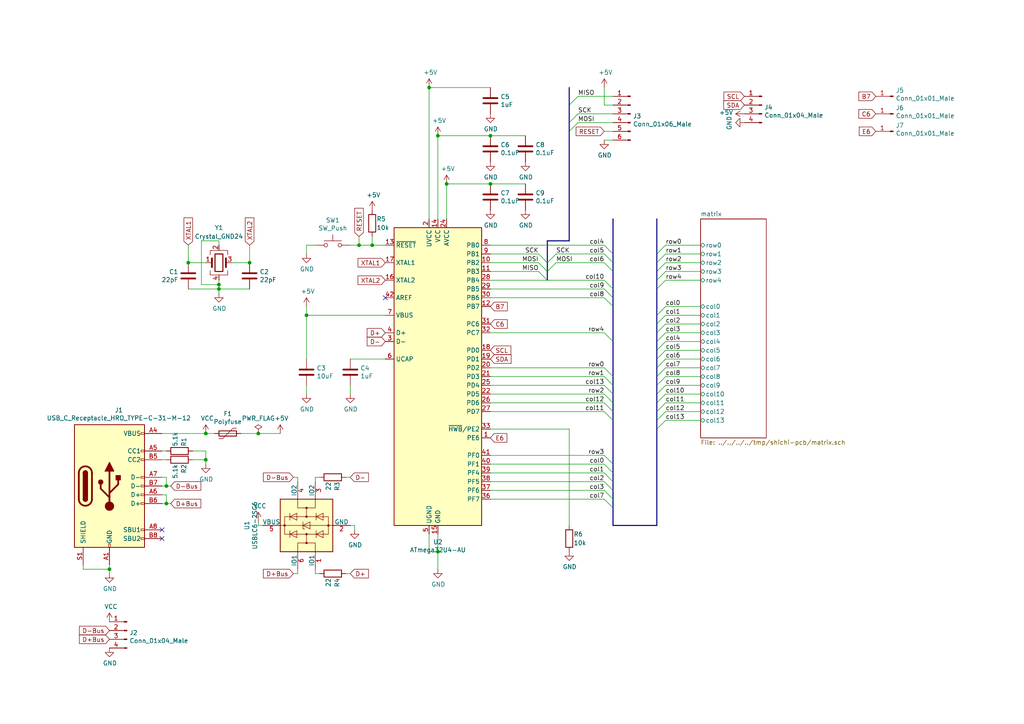
<source format=kicad_sch>
(kicad_sch (version 20230121) (generator eeschema)
  (paper "A4")
  (title_block (title "shichi") (date "2019-06-06") (rev "1.0"))
  (lib_symbols
    (symbol "Device:C" (pin_numbers hide) (pin_names (offset 0.254))
      (property "Reference" "C" (at 0.635 2.54 0))
      (property "Value" "C" (at 0.635 -2.54 0))
      (symbol "C_0_1"
        (polyline (pts (xy -2.032 -0.762) (xy 2.032 -0.762)) (stroke (width 0.508)))
        (polyline (pts (xy -2.032 0.762) (xy 2.032 0.762)) (stroke (width 0.508)))
      )
      (symbol "C_1_1"
        (pin passive line (at 0 3.81 270) (length 2.794) (name "~") (number "1"))
        (pin passive line (at 0 -3.81 90) (length 2.794) (name "~") (number "2"))
      )
    )
    (symbol "Device:Crystal_GND24" (pin_names (offset 1.016) hide)
      (property "Reference" "Y" (at 3.175 5.08 0))
      (property "Value" "Crystal_GND24" (at 3.175 3.175 0))
      (symbol "Crystal_GND24_0_1"
        (rectangle (start -1.143 2.54) (end 1.143 -2.54) (stroke (width 0.3048)))
        (polyline (pts (xy -2.54 0) (xy -2.032 0)))
        (polyline (pts (xy -2.032 -1.27) (xy -2.032 1.27)) (stroke (width 0.508)))
        (polyline (pts (xy 0 -3.81) (xy 0 -3.556)))
        (polyline (pts (xy 0 3.556) (xy 0 3.81)))
        (polyline (pts (xy 2.032 -1.27) (xy 2.032 1.27)) (stroke (width 0.508)))
        (polyline (pts (xy 2.032 0) (xy 2.54 0)))
        (polyline (pts (xy -2.54 -2.286) (xy -2.54 -3.556) (xy 2.54 -3.556) (xy 2.54 -2.286)))
        (polyline (pts (xy -2.54 2.286) (xy -2.54 3.556) (xy 2.54 3.556) (xy 2.54 2.286)))
      )
      (symbol "Crystal_GND24_1_1"
        (pin passive line (at -3.81 0 0) (length 1.27) (name "1") (number "1"))
        (pin passive line (at 0 5.08 270) (length 1.27) (name "2") (number "2"))
        (pin passive line (at 3.81 0 180) (length 1.27) (name "3") (number "3"))
        (pin passive line (at 0 -5.08 90) (length 1.27) (name "4") (number "4"))
      )
    )
    (symbol "Device:Polyfuse" (pin_numbers hide) (pin_names (offset 0))
      (property "Reference" "F" (at -2.54 0 90))
      (property "Value" "Polyfuse" (at 2.54 0 90))
      (symbol "Polyfuse_0_1"
        (rectangle (start -0.762 2.54) (end 0.762 -2.54) (stroke (width 0.254)))
        (polyline (pts (xy 0 2.54) (xy 0 -2.54)))
        (polyline (pts (xy -1.524 2.54) (xy -1.524 1.524) (xy 1.524 -1.524) (xy 1.524 -2.54)))
      )
      (symbol "Polyfuse_1_1"
        (pin passive line (at 0 3.81 270) (length 1.27) (name "~") (number "1"))
        (pin passive line (at 0 -3.81 90) (length 1.27) (name "~") (number "2"))
      )
    )
    (symbol "Device:R" (pin_numbers hide) (pin_names (offset 0))
      (property "Reference" "R" (at 2.032 0 90))
      (property "Value" "R" (at 0 0 90))
      (symbol "R_0_1"
        (rectangle (start -1.016 -2.54) (end 1.016 2.54) (stroke (width 0.254)))
      )
      (symbol "R_1_1"
        (pin passive line (at 0 3.81 270) (length 1.27) (name "~") (number "1"))
        (pin passive line (at 0 -3.81 90) (length 1.27) (name "~") (number "2"))
      )
    )
    (symbol "Switch:SW_Push" (pin_numbers hide) (pin_names (offset 1.016) hide)
      (property "Reference" "SW" (at 1.27 2.54 0))
      (property "Value" "SW_Push" (at 0 -1.524 0))
      (symbol "SW_Push_0_1"
        (circle (center -2.032 0) (radius 0.508))
        (polyline (pts (xy 0 1.27) (xy 0 3.048)))
        (polyline (pts (xy 2.54 1.27) (xy -2.54 1.27)))
        (circle (center 2.032 0) (radius 0.508))
        (pin passive line (at -5.08 0 0) (length 2.54) (name "1") (number "1"))
        (pin passive line (at 5.08 0 180) (length 2.54) (name "2") (number "2"))
      )
    )
    (symbol "power:+5V" (power) (pin_names (offset 0))
      (property "Value" "+5V" (at 0 3.556 0))
      (symbol "+5V_0_1"
        (polyline (pts (xy -0.762 1.27) (xy 0 2.54)))
        (polyline (pts (xy 0 0) (xy 0 2.54)))
        (polyline (pts (xy 0 2.54) (xy 0.762 1.27)))
      )
      (symbol "+5V_1_1"
        (pin power_in line (at 0 0 90) (length 0) hide (name "+5V") (number "1"))
      )
    )
    (symbol "power:GND" (power) (pin_names (offset 0))
      (property "Value" "GND" (at 0 -3.81 0))
      (symbol "GND_0_1"
        (polyline (pts (xy 0 0) (xy 0 -1.27) (xy 1.27 -1.27) (xy 0 -2.54) (xy -1.27 -1.27) (xy 0 -1.27)))
      )
      (symbol "GND_1_1"
        (pin power_in line (at 0 0 270) (length 0) hide (name "GND") (number "1"))
      )
    )
    (symbol "power:PWR_FLAG" (power) (pin_numbers hide) (pin_names (offset 0) hide)
      (property "Value" "PWR_FLAG" (at 0 3.81 0))
      (symbol "PWR_FLAG_0_0"
        (pin power_out line (at 0 0 90) (length 0) (name "pwr") (number "1"))
      )
      (symbol "PWR_FLAG_0_1"
        (polyline (pts (xy 0 0) (xy 0 1.27) (xy -1.016 1.905) (xy 0 2.54) (xy 1.016 1.905) (xy 0 1.27)))
      )
    )
    (symbol "power:VCC" (power) (pin_names (offset 0))
      (property "Value" "VCC" (at 0 3.81 0))
      (symbol "VCC_0_1"
        (polyline (pts (xy -0.762 1.27) (xy 0 2.54)))
        (polyline (pts (xy 0 0) (xy 0 2.54)))
        (polyline (pts (xy 0 2.54) (xy 0.762 1.27)))
      )
      (symbol "VCC_1_1"
        (pin power_in line (at 0 0 90) (length 0) hide (name "VCC") (number "1"))
      )
    )
    (symbol "shichi-pcb-rescue:ATmega32U4-AU-MCU_Microchip_ATmega"
      (property "Reference" "U" (at -12.7 44.45 0))
      (property "Value" "MCU_Microchip_ATmega_ATmega32U4-AU" (at 2.54 -44.45 0))
      (symbol "ATmega32U4-AU-MCU_Microchip_ATmega_0_1"
        (rectangle (start -12.7 -43.18) (end 12.7 43.18) (stroke (width 0.254)) (fill (type background)))
      )
      (symbol "ATmega32U4-AU-MCU_Microchip_ATmega_1_1"
        (pin tri_state line (at 15.24 -17.78 180) (length 2.54) (name "PE6") (number "1"))
        (pin tri_state line (at 15.24 33.02 180) (length 2.54) (name "PB2") (number "10"))
        (pin tri_state line (at 15.24 30.48 180) (length 2.54) (name "PB3") (number "11"))
        (pin tri_state line (at 15.24 20.32 180) (length 2.54) (name "PB7") (number "12"))
        (pin input line (at -15.24 38.1 0) (length 2.54) (name "~{RESET}") (number "13"))
        (pin power_in line (at 0 45.72 270) (length 2.54) (name "VCC") (number "14"))
        (pin power_in line (at 0 -45.72 90) (length 2.54) (name "GND") (number "15"))
        (pin output line (at -15.24 27.94 0) (length 2.54) (name "XTAL2") (number "16"))
        (pin input line (at -15.24 33.02 0) (length 2.54) (name "XTAL1") (number "17"))
        (pin tri_state line (at 15.24 7.62 180) (length 2.54) (name "PD0") (number "18"))
        (pin tri_state line (at 15.24 5.08 180) (length 2.54) (name "PD1") (number "19"))
        (pin power_in line (at -2.54 45.72 270) (length 2.54) (name "UVCC") (number "2"))
        (pin tri_state line (at 15.24 2.54 180) (length 2.54) (name "PD2") (number "20"))
        (pin tri_state line (at 15.24 0 180) (length 2.54) (name "PD3") (number "21"))
        (pin tri_state line (at 15.24 -5.08 180) (length 2.54) (name "PD5") (number "22"))
        (pin passive line (at 0 -45.72 90) (length 2.54) hide (name "GND") (number "23"))
        (pin power_in line (at 2.54 45.72 270) (length 2.54) (name "AVCC") (number "24"))
        (pin tri_state line (at 15.24 -2.54 180) (length 2.54) (name "PD4") (number "25"))
        (pin tri_state line (at 15.24 -7.62 180) (length 2.54) (name "PD6") (number "26"))
        (pin tri_state line (at 15.24 -10.16 180) (length 2.54) (name "PD7") (number "27"))
        (pin tri_state line (at 15.24 27.94 180) (length 2.54) (name "PB4") (number "28"))
        (pin tri_state line (at 15.24 25.4 180) (length 2.54) (name "PB5") (number "29"))
        (pin bidirectional line (at -15.24 10.16 0) (length 2.54) (name "D-") (number "3"))
        (pin tri_state line (at 15.24 22.86 180) (length 2.54) (name "PB6") (number "30"))
        (pin tri_state line (at 15.24 15.24 180) (length 2.54) (name "PC6") (number "31"))
        (pin tri_state line (at 15.24 12.7 180) (length 2.54) (name "PC7") (number "32"))
        (pin tri_state line (at 15.24 -15.24 180) (length 2.54) (name "~{HWB}/PE2") (number "33"))
        (pin passive line (at 0 45.72 270) (length 2.54) hide (name "VCC") (number "34"))
        (pin passive line (at 0 -45.72 90) (length 2.54) hide (name "GND") (number "35"))
        (pin tri_state line (at 15.24 -35.56 180) (length 2.54) (name "PF7") (number "36"))
        (pin tri_state line (at 15.24 -33.02 180) (length 2.54) (name "PF6") (number "37"))
        (pin tri_state line (at 15.24 -30.48 180) (length 2.54) (name "PF5") (number "38"))
        (pin tri_state line (at 15.24 -27.94 180) (length 2.54) (name "PF4") (number "39"))
        (pin bidirectional line (at -15.24 12.7 0) (length 2.54) (name "D+") (number "4"))
        (pin tri_state line (at 15.24 -25.4 180) (length 2.54) (name "PF1") (number "40"))
        (pin tri_state line (at 15.24 -22.86 180) (length 2.54) (name "PF0") (number "41"))
        (pin passive line (at -15.24 22.86 0) (length 2.54) (name "AREF") (number "42"))
        (pin passive line (at 0 -45.72 90) (length 2.54) hide (name "GND") (number "43"))
        (pin passive line (at 2.54 45.72 270) (length 2.54) hide (name "AVCC") (number "44"))
        (pin passive line (at -2.54 -45.72 90) (length 2.54) (name "UGND") (number "5"))
        (pin passive line (at -15.24 5.08 0) (length 2.54) (name "UCAP") (number "6"))
        (pin input line (at -15.24 17.78 0) (length 2.54) (name "VBUS") (number "7"))
        (pin tri_state line (at 15.24 38.1 180) (length 2.54) (name "PB0") (number "8"))
        (pin tri_state line (at 15.24 35.56 180) (length 2.54) (name "PB1") (number "9"))
      )
    )
    (symbol "shichi-pcb-rescue:Conn_01x01_Male-Connector" (pin_names (offset 1.016) hide)
      (property "Reference" "J" (at 0 2.54 0))
      (property "Value" "Connector_Conn_01x01_Male" (at 0 -2.54 0))
      (symbol "Conn_01x01_Male-Connector_1_1"
        (polyline (pts (xy 1.27 0) (xy 0.8636 0)) (stroke (width 0.1524)))
        (rectangle (start 0.8636 0.127) (end 0 -0.127) (stroke (width 0.1524)) (fill (type outline)))
        (pin passive line (at 5.08 0 180) (length 3.81) (name "Pin_1") (number "1"))
      )
    )
    (symbol "shichi-pcb-rescue:Conn_01x04_Male-Connector" (pin_names (offset 1.016) hide)
      (property "Reference" "J" (at 0 5.08 0))
      (property "Value" "Connector_Conn_01x04_Male" (at 0 -7.62 0))
      (symbol "Conn_01x04_Male-Connector_1_1"
        (polyline (pts (xy 1.27 -5.08) (xy 0.8636 -5.08)) (stroke (width 0.1524)))
        (polyline (pts (xy 1.27 -2.54) (xy 0.8636 -2.54)) (stroke (width 0.1524)))
        (polyline (pts (xy 1.27 0) (xy 0.8636 0)) (stroke (width 0.1524)))
        (polyline (pts (xy 1.27 2.54) (xy 0.8636 2.54)) (stroke (width 0.1524)))
        (rectangle (start 0.8636 -4.953) (end 0 -5.207) (stroke (width 0.1524)) (fill (type outline)))
        (rectangle (start 0.8636 -2.413) (end 0 -2.667) (stroke (width 0.1524)) (fill (type outline)))
        (rectangle (start 0.8636 0.127) (end 0 -0.127) (stroke (width 0.1524)) (fill (type outline)))
        (rectangle (start 0.8636 2.667) (end 0 2.413) (stroke (width 0.1524)) (fill (type outline)))
        (pin passive line (at 5.08 2.54 180) (length 3.81) (name "Pin_1") (number "1"))
        (pin passive line (at 5.08 0 180) (length 3.81) (name "Pin_2") (number "2"))
        (pin passive line (at 5.08 -2.54 180) (length 3.81) (name "Pin_3") (number "3"))
        (pin passive line (at 5.08 -5.08 180) (length 3.81) (name "Pin_4") (number "4"))
      )
    )
    (symbol "shichi-pcb-rescue:Conn_01x06_Male-Connector" (pin_names (offset 1.016) hide)
      (property "Reference" "J" (at 0 7.62 0))
      (property "Value" "Connector_Conn_01x06_Male" (at 0 -10.16 0))
      (symbol "Conn_01x06_Male-Connector_1_1"
        (polyline (pts (xy 1.27 -7.62) (xy 0.8636 -7.62)) (stroke (width 0.1524)))
        (polyline (pts (xy 1.27 -5.08) (xy 0.8636 -5.08)) (stroke (width 0.1524)))
        (polyline (pts (xy 1.27 -2.54) (xy 0.8636 -2.54)) (stroke (width 0.1524)))
        (polyline (pts (xy 1.27 0) (xy 0.8636 0)) (stroke (width 0.1524)))
        (polyline (pts (xy 1.27 2.54) (xy 0.8636 2.54)) (stroke (width 0.1524)))
        (polyline (pts (xy 1.27 5.08) (xy 0.8636 5.08)) (stroke (width 0.1524)))
        (rectangle (start 0.8636 -7.493) (end 0 -7.747) (stroke (width 0.1524)) (fill (type outline)))
        (rectangle (start 0.8636 -4.953) (end 0 -5.207) (stroke (width 0.1524)) (fill (type outline)))
        (rectangle (start 0.8636 -2.413) (end 0 -2.667) (stroke (width 0.1524)) (fill (type outline)))
        (rectangle (start 0.8636 0.127) (end 0 -0.127) (stroke (width 0.1524)) (fill (type outline)))
        (rectangle (start 0.8636 2.667) (end 0 2.413) (stroke (width 0.1524)) (fill (type outline)))
        (rectangle (start 0.8636 5.207) (end 0 4.953) (stroke (width 0.1524)) (fill (type outline)))
        (pin passive line (at 5.08 5.08 180) (length 3.81) (name "Pin_1") (number "1"))
        (pin passive line (at 5.08 2.54 180) (length 3.81) (name "Pin_2") (number "2"))
        (pin passive line (at 5.08 0 180) (length 3.81) (name "Pin_3") (number "3"))
        (pin passive line (at 5.08 -2.54 180) (length 3.81) (name "Pin_4") (number "4"))
        (pin passive line (at 5.08 -5.08 180) (length 3.81) (name "Pin_5") (number "5"))
        (pin passive line (at 5.08 -7.62 180) (length 3.81) (name "Pin_6") (number "6"))
      )
    )
    (symbol "shichi-pcb-rescue:USBLC6-2SC6-Power_Protection" (pin_names (offset 0))
      (property "Reference" "U" (at 5.08 8.89 0))
      (property "Value" "Power_Protection_USBLC6-2SC6" (at 10.16 -10.16 0))
      (symbol "USBLC6-2SC6-Power_Protection_0_1"
        (rectangle (start -7.62 -7.62) (end 7.62 7.62) (stroke (width 0.254)) (fill (type background)))
        (circle (center -5.08 0) (radius 0.254) (fill (type outline)))
        (circle (center -2.54 0) (radius 0.254) (fill (type outline)))
        (rectangle (start -2.54 6.35) (end 2.54 -6.35))
        (circle (center 0 -6.35) (radius 0.254) (fill (type outline)))
        (polyline (pts (xy -5.08 -2.54) (xy -7.62 -2.54)))
        (polyline (pts (xy -5.08 0) (xy -5.08 -2.54)))
        (polyline (pts (xy -5.08 2.54) (xy -7.62 2.54)))
        (polyline (pts (xy -1.524 -2.794) (xy -3.556 -2.794)))
        (polyline (pts (xy -1.524 4.826) (xy -3.556 4.826)))
        (polyline (pts (xy 0 -7.62) (xy 0 -6.35)))
        (polyline (pts (xy 0 -6.35) (xy 0 1.27)))
        (polyline (pts (xy 0 1.27) (xy 0 6.35)))
        (polyline (pts (xy 0 6.35) (xy 0 7.62)))
        (polyline (pts (xy 1.524 -2.794) (xy 3.556 -2.794)))
        (polyline (pts (xy 1.524 4.826) (xy 3.556 4.826)))
        (polyline (pts (xy 5.08 -2.54) (xy 7.62 -2.54)))
        (polyline (pts (xy 5.08 0) (xy 5.08 -2.54)))
        (polyline (pts (xy 5.08 2.54) (xy 7.62 2.54)))
        (polyline (pts (xy -2.54 0) (xy -5.08 0) (xy -5.08 2.54)))
        (polyline (pts (xy 2.54 0) (xy 5.08 0) (xy 5.08 2.54)))
        (polyline (pts (xy -3.556 -4.826) (xy -1.524 -4.826) (xy -2.54 -2.794) (xy -3.556 -4.826)))
        (polyline (pts (xy -3.556 2.794) (xy -1.524 2.794) (xy -2.54 4.826) (xy -3.556 2.794)))
        (polyline (pts (xy -1.016 -1.016) (xy 1.016 -1.016) (xy 0 1.016) (xy -1.016 -1.016)))
        (polyline (pts (xy 1.016 1.016) (xy 0.762 1.016) (xy -1.016 1.016) (xy -1.016 0.508)))
        (polyline (pts (xy 3.556 -4.826) (xy 1.524 -4.826) (xy 2.54 -2.794) (xy 3.556 -4.826)))
        (polyline (pts (xy 3.556 2.794) (xy 1.524 2.794) (xy 2.54 4.826) (xy 3.556 2.794)))
        (circle (center 0 6.35) (radius 0.254) (fill (type outline)))
        (circle (center 2.54 0) (radius 0.254) (fill (type outline)))
        (circle (center 5.08 0) (radius 0.254) (fill (type outline)))
      )
      (symbol "USBLC6-2SC6-Power_Protection_1_1"
        (pin passive line (at -12.7 -2.54 0) (length 5.08) (name "IO1") (number "1"))
        (pin passive line (at 0 -12.7 90) (length 5.08) (name "GND") (number "2"))
        (pin passive line (at 12.7 -2.54 180) (length 5.08) (name "IO2") (number "3"))
        (pin passive line (at 12.7 2.54 180) (length 5.08) (name "IO2") (number "4"))
        (pin passive line (at 0 12.7 270) (length 5.08) (name "VBUS") (number "5"))
        (pin passive line (at -12.7 2.54 0) (length 5.08) (name "IO1") (number "6"))
      )
    )
    (symbol "shichi-pcb-rescue:USB_C_Receptacle_HRO_TYPE-C-31-M-12-USB_Type-C" (pin_names (offset 1.016))
      (property "Reference" "J" (at -10.16 19.05 0))
      (property "Value" "USB_Type-C_USB_C_Receptacle_HRO_TYPE-C-31-M-12" (at 19.05 19.05 0))
      (symbol "USB_C_Receptacle_HRO_TYPE-C-31-M-12-USB_Type-C_0_0"
        (rectangle (start -0.254 -17.78) (end 0.254 -16.764))
        (rectangle (start 10.16 -14.986) (end 9.144 -15.494))
        (rectangle (start 10.16 -12.446) (end 9.144 -12.954))
        (rectangle (start 10.16 -4.826) (end 9.144 -5.334))
        (rectangle (start 10.16 -2.286) (end 9.144 -2.794))
        (rectangle (start 10.16 0.254) (end 9.144 -0.254))
        (rectangle (start 10.16 2.794) (end 9.144 2.286))
        (rectangle (start 10.16 7.874) (end 9.144 7.366))
        (rectangle (start 10.16 10.414) (end 9.144 9.906))
        (rectangle (start 10.16 15.494) (end 9.144 14.986))
      )
      (symbol "USB_C_Receptacle_HRO_TYPE-C-31-M-12-USB_Type-C_0_1"
        (rectangle (start -10.16 17.78) (end 10.16 -17.78) (stroke (width 0.254)) (fill (type background)))
        (arc (start -8.89 -3.81) (mid -6.985 -5.7067) (end -5.08 -3.81) (stroke (width 0.508)))
        (arc (start -7.62 -3.81) (mid -6.985 -4.4423) (end -6.35 -3.81) (stroke (width 0.254)))
        (arc (start -7.62 -3.81) (mid -6.985 -4.4423) (end -6.35 -3.81) (stroke (width 0.254)) (fill (type outline)))
        (rectangle (start -7.62 -3.81) (end -6.35 3.81) (stroke (width 0.254)) (fill (type outline)))
        (arc (start -6.35 3.81) (mid -6.985 4.4423) (end -7.62 3.81) (stroke (width 0.254)))
        (arc (start -6.35 3.81) (mid -6.985 4.4423) (end -7.62 3.81) (stroke (width 0.254)) (fill (type outline)))
        (arc (start -5.08 3.81) (mid -6.985 5.7067) (end -8.89 3.81) (stroke (width 0.508)))
        (circle (center -2.54 1.143) (radius 0.635) (stroke (width 0.254)) (fill (type outline)))
        (circle (center 0 -5.842) (radius 1.27) (fill (type outline)))
        (polyline (pts (xy -8.89 -3.81) (xy -8.89 3.81)) (stroke (width 0.508)))
        (polyline (pts (xy -5.08 3.81) (xy -5.08 -3.81)) (stroke (width 0.508)))
        (polyline (pts (xy 0 -5.842) (xy 0 4.318)) (stroke (width 0.508)))
        (polyline (pts (xy 0 -3.302) (xy -2.54 -0.762) (xy -2.54 0.508)) (stroke (width 0.508)))
        (polyline (pts (xy 0 -2.032) (xy 2.54 0.508) (xy 2.54 1.778)) (stroke (width 0.508)))
        (polyline (pts (xy -1.27 4.318) (xy 0 6.858) (xy 1.27 4.318) (xy -1.27 4.318)) (stroke (width 0.254)) (fill (type outline)))
        (rectangle (start 1.905 1.778) (end 3.175 3.048) (stroke (width 0.254)) (fill (type outline)))
      )
      (symbol "USB_C_Receptacle_HRO_TYPE-C-31-M-12-USB_Type-C_1_1"
        (pin power_out line (at 0 -22.86 90) (length 5.08) (name "GND") (number "A1"))
        (pin passive line (at 0 -22.86 90) (length 5.08) hide (name "GND") (number "A12"))
        (pin power_out line (at 15.24 15.24 180) (length 5.08) (name "VBUS") (number "A4"))
        (pin bidirectional line (at 15.24 10.16 180) (length 5.08) (name "CC1") (number "A5"))
        (pin bidirectional line (at 15.24 -2.54 180) (length 5.08) (name "D+") (number "A6"))
        (pin bidirectional line (at 15.24 2.54 180) (length 5.08) (name "D-") (number "A7"))
        (pin bidirectional line (at 15.24 -12.7 180) (length 5.08) (name "SBU1") (number "A8"))
        (pin passive line (at 15.24 15.24 180) (length 5.08) hide (name "VBUS") (number "A9"))
        (pin bidirectional line (at 15.24 7.62 180) (length 5.08) (name "CC2") (number "B5"))
        (pin bidirectional line (at 15.24 -5.08 180) (length 5.08) (name "D+") (number "B6"))
        (pin bidirectional line (at 15.24 0 180) (length 5.08) (name "D-") (number "B7"))
        (pin bidirectional line (at 15.24 -15.24 180) (length 5.08) (name "SBU2") (number "B8"))
        (pin passive line (at -7.62 -22.86 90) (length 5.08) (name "SHIELD") (number "S1"))
      )
    )
  )
  (junction (at 142.24 53.34))
  (junction (at 31.75 165.1))
  (junction (at 104.14 71.12))
  (junction (at 107.95 71.12))
  (junction (at 54.61 76.2))
  (junction (at 129.54 53.34))
  (junction (at 127 39.37))
  (junction (at 48.26 146.05))
  (junction (at 124.46 25.4))
  (junction (at 48.26 140.97))
  (junction (at 63.5 82.55))
  (junction (at 142.24 39.37))
  (junction (at 59.69 125.73))
  (junction (at 72.39 76.2))
  (junction (at 59.69 133.35))
  (junction (at 63.5 83.82))
  (junction (at 74.93 125.73))
  (junction (at 88.9 91.44))
  (junction (at 127 160.02))
  (no_connect (at 46.99 153.67))
  (no_connect (at 46.99 156.21))
  (no_connect (at 111.76 86.36))
  (bus_entry (at 193.04 96.52) (size -2.54 2.54))
  (bus_entry (at 175.26 111.76) (size 2.54 2.54))
  (bus_entry (at 167.64 35.56) (size -2.54 2.54))
  (bus_entry (at 156.21 78.74) (size 2.54 2.54))
  (bus_entry (at 175.26 96.52) (size 2.54 2.54))
  (bus_entry (at 193.04 109.22) (size -2.54 2.54))
  (bus_entry (at 193.04 119.38) (size -2.54 2.54))
  (bus_entry (at 190.5 73.66) (size 2.54 -2.54))
  (bus_entry (at 175.26 73.66) (size 2.54 2.54))
  (bus_entry (at 193.04 91.44) (size -2.54 2.54))
  (bus_entry (at 193.04 73.66) (size -2.54 2.54))
  (bus_entry (at 161.29 73.66) (size -2.54 2.54))
  (bus_entry (at 193.04 81.28) (size -2.54 2.54))
  (bus_entry (at 193.04 114.3) (size -2.54 2.54))
  (bus_entry (at 175.26 83.82) (size 2.54 2.54))
  (bus_entry (at 175.26 81.28) (size 2.54 2.54))
  (bus_entry (at 175.26 139.7) (size 2.54 2.54))
  (bus_entry (at 193.04 121.92) (size -2.54 2.54))
  (bus_entry (at 175.26 86.36) (size 2.54 2.54))
  (bus_entry (at 156.21 73.66) (size 2.54 2.54))
  (bus_entry (at 175.26 144.78) (size 2.54 2.54))
  (bus_entry (at 175.26 114.3) (size 2.54 2.54))
  (bus_entry (at 175.26 71.12) (size 2.54 2.54))
  (bus_entry (at 175.26 137.16) (size 2.54 2.54))
  (bus_entry (at 175.26 142.24) (size 2.54 2.54))
  (bus_entry (at 193.04 93.98) (size -2.54 2.54))
  (bus_entry (at 193.04 106.68) (size -2.54 2.54))
  (bus_entry (at 167.64 27.94) (size -2.54 2.54))
  (bus_entry (at 175.26 119.38) (size 2.54 2.54))
  (bus_entry (at 193.04 116.84) (size -2.54 2.54))
  (bus_entry (at 175.26 109.22) (size 2.54 2.54))
  (bus_entry (at 175.26 134.62) (size 2.54 2.54))
  (bus_entry (at 175.26 116.84) (size 2.54 2.54))
  (bus_entry (at 175.26 106.68) (size 2.54 2.54))
  (bus_entry (at 193.04 111.76) (size -2.54 2.54))
  (bus_entry (at 175.26 132.08) (size 2.54 2.54))
  (bus_entry (at 193.04 101.6) (size -2.54 2.54))
  (bus_entry (at 175.26 76.2) (size 2.54 2.54))
  (bus_entry (at 161.29 76.2) (size -2.54 2.54))
  (bus_entry (at 193.04 88.9) (size -2.54 2.54))
  (bus_entry (at 193.04 99.06) (size -2.54 2.54))
  (bus_entry (at 156.21 76.2) (size 2.54 2.54))
  (bus_entry (at 167.64 33.02) (size -2.54 2.54))
  (bus_entry (at 193.04 76.2) (size -2.54 2.54))
  (bus_entry (at 193.04 104.14) (size -2.54 2.54))
  (bus_entry (at 193.04 78.74) (size -2.54 2.54))
  (wire (pts (xy 129.54 63.5) (xy 129.54 53.34)))
  (bus (pts (xy 177.8 63.5) (xy 177.8 73.66)))
  (bus (pts (xy 177.8 147.32) (xy 177.8 152.4)))
  (wire (pts (xy 142.24 119.38) (xy 175.26 119.38)))
  (wire (pts (xy 74.93 125.73) (xy 81.28 125.73)))
  (wire (pts (xy 62.23 125.73) (xy 59.69 125.73)))
  (wire (pts (xy 167.64 33.02) (xy 177.8 33.02)))
  (wire (pts (xy 104.14 68.58) (xy 104.14 71.12)))
  (wire (pts (xy 101.6 104.14) (xy 111.76 104.14)))
  (wire (pts (xy 74.93 152.4) (xy 76.2 152.4)))
  (wire (pts (xy 91.44 71.12) (xy 88.9 71.12)))
  (wire (pts (xy 69.85 125.73) (xy 74.93 125.73)))
  (bus (pts (xy 177.8 109.22) (xy 177.8 111.76)))
  (bus (pts (xy 190.5 119.38) (xy 190.5 121.92)))
  (wire (pts (xy 54.61 71.12) (xy 54.61 76.2)))
  (wire (pts (xy 203.2 114.3) (xy 193.04 114.3)))
  (bus (pts (xy 177.8 76.2) (xy 177.8 78.74)))
  (wire (pts (xy 203.2 91.44) (xy 193.04 91.44)))
  (wire (pts (xy 92.71 166.37) (xy 91.44 166.37)))
  (wire (pts (xy 91.44 138.43) (xy 91.44 139.7)))
  (wire (pts (xy 203.2 93.98) (xy 193.04 93.98)))
  (wire (pts (xy 124.46 63.5) (xy 124.46 25.4)))
  (bus (pts (xy 177.8 86.36) (xy 177.8 88.9)))
  (wire (pts (xy 63.5 85.09) (xy 63.5 83.82)))
  (wire (pts (xy 63.5 71.12) (xy 63.5 69.85)))
  (wire (pts (xy 142.24 53.34) (xy 152.4 53.34)))
  (bus (pts (xy 177.8 142.24) (xy 177.8 144.78)))
  (wire (pts (xy 142.24 76.2) (xy 156.21 76.2)))
  (bus (pts (xy 177.8 137.16) (xy 177.8 139.7)))
  (bus (pts (xy 190.5 96.52) (xy 190.5 99.06)))
  (bus (pts (xy 190.5 83.82) (xy 190.5 91.44)))
  (bus (pts (xy 190.5 99.06) (xy 190.5 101.6)))
  (wire (pts (xy 48.26 140.97) (xy 48.26 138.43)))
  (wire (pts (xy 203.2 78.74) (xy 193.04 78.74)))
  (wire (pts (xy 58.42 69.85) (xy 63.5 69.85)))
  (wire (pts (xy 102.87 152.4) (xy 102.87 153.67)))
  (wire (pts (xy 107.95 68.58) (xy 107.95 71.12)))
  (bus (pts (xy 190.5 116.84) (xy 190.5 119.38)))
  (bus (pts (xy 190.5 93.98) (xy 190.5 96.52)))
  (bus (pts (xy 190.5 114.3) (xy 190.5 116.84)))
  (bus (pts (xy 190.5 106.68) (xy 190.5 109.22)))
  (wire (pts (xy 46.99 143.51) (xy 48.26 143.51)))
  (bus (pts (xy 190.5 101.6) (xy 190.5 104.14)))
  (wire (pts (xy 59.69 76.2) (xy 54.61 76.2)))
  (wire (pts (xy 49.53 140.97) (xy 48.26 140.97)))
  (wire (pts (xy 127 165.1) (xy 127 160.02)))
  (bus (pts (xy 177.8 114.3) (xy 177.8 116.84)))
  (wire (pts (xy 142.24 116.84) (xy 175.26 116.84)))
  (bus (pts (xy 190.5 124.46) (xy 190.5 152.4)))
  (wire (pts (xy 142.24 137.16) (xy 175.26 137.16)))
  (bus (pts (xy 177.8 88.9) (xy 177.8 99.06)))
  (wire (pts (xy 100.33 166.37) (xy 101.6 166.37)))
  (bus (pts (xy 177.8 144.78) (xy 177.8 147.32)))
  (wire (pts (xy 177.8 30.48) (xy 175.26 30.48)))
  (wire (pts (xy 167.64 27.94) (xy 177.8 27.94)))
  (wire (pts (xy 88.9 71.12) (xy 88.9 73.66)))
  (bus (pts (xy 158.75 69.85) (xy 158.75 76.2)))
  (bus (pts (xy 190.5 63.5) (xy 190.5 73.66)))
  (wire (pts (xy 88.9 114.3) (xy 88.9 111.76)))
  (wire (pts (xy 142.24 73.66) (xy 156.21 73.66)))
  (bus (pts (xy 177.8 119.38) (xy 177.8 121.92)))
  (wire (pts (xy 203.2 111.76) (xy 193.04 111.76)))
  (wire (pts (xy 100.33 138.43) (xy 101.6 138.43)))
  (wire (pts (xy 59.69 130.81) (xy 59.69 133.35)))
  (wire (pts (xy 161.29 73.66) (xy 175.26 73.66)))
  (wire (pts (xy 127 63.5) (xy 127 39.37)))
  (wire (pts (xy 24.13 163.83) (xy 24.13 165.1)))
  (bus (pts (xy 165.1 30.48) (xy 165.1 35.56)))
  (wire (pts (xy 24.13 165.1) (xy 31.75 165.1)))
  (wire (pts (xy 54.61 83.82) (xy 63.5 83.82)))
  (wire (pts (xy 124.46 154.94) (xy 124.46 160.02)))
  (bus (pts (xy 190.5 111.76) (xy 190.5 114.3)))
  (bus (pts (xy 158.75 78.74) (xy 158.75 81.28)))
  (wire (pts (xy 142.24 134.62) (xy 175.26 134.62)))
  (wire (pts (xy 142.24 114.3) (xy 175.26 114.3)))
  (wire (pts (xy 158.75 81.28) (xy 175.26 81.28)))
  (wire (pts (xy 58.42 69.85) (xy 58.42 82.55)))
  (bus (pts (xy 177.8 139.7) (xy 177.8 142.24)))
  (wire (pts (xy 142.24 39.37) (xy 152.4 39.37)))
  (wire (pts (xy 55.88 133.35) (xy 59.69 133.35)))
  (bus (pts (xy 190.5 121.92) (xy 190.5 124.46)))
  (bus (pts (xy 177.8 134.62) (xy 177.8 137.16)))
  (bus (pts (xy 177.8 99.06) (xy 177.8 109.22)))
  (wire (pts (xy 203.2 81.28) (xy 193.04 81.28)))
  (wire (pts (xy 55.88 130.81) (xy 59.69 130.81)))
  (bus (pts (xy 165.1 25.4) (xy 165.1 30.48)))
  (wire (pts (xy 203.2 76.2) (xy 193.04 76.2)))
  (wire (pts (xy 88.9 104.14) (xy 88.9 91.44)))
  (wire (pts (xy 175.26 40.64) (xy 177.8 40.64)))
  (wire (pts (xy 46.99 146.05) (xy 48.26 146.05)))
  (bus (pts (xy 165.1 38.1) (xy 165.1 69.85)))
  (bus (pts (xy 177.8 152.4) (xy 190.5 152.4)))
  (wire (pts (xy 193.04 71.12) (xy 203.2 71.12)))
  (wire (pts (xy 72.39 71.12) (xy 72.39 76.2)))
  (wire (pts (xy 142.24 96.52) (xy 175.26 96.52)))
  (wire (pts (xy 203.2 121.92) (xy 193.04 121.92)))
  (wire (pts (xy 59.69 125.73) (xy 46.99 125.73)))
  (bus (pts (xy 158.75 69.85) (xy 165.1 69.85)))
  (wire (pts (xy 142.24 86.36) (xy 175.26 86.36)))
  (wire (pts (xy 46.99 138.43) (xy 48.26 138.43)))
  (wire (pts (xy 48.26 143.51) (xy 48.26 146.05)))
  (bus (pts (xy 177.8 83.82) (xy 177.8 86.36)))
  (wire (pts (xy 92.71 138.43) (xy 91.44 138.43)))
  (wire (pts (xy 142.24 109.22) (xy 175.26 109.22)))
  (wire (pts (xy 101.6 152.4) (xy 102.87 152.4)))
  (wire (pts (xy 142.24 139.7) (xy 175.26 139.7)))
  (wire (pts (xy 107.95 71.12) (xy 111.76 71.12)))
  (wire (pts (xy 124.46 160.02) (xy 127 160.02)))
  (wire (pts (xy 104.14 71.12) (xy 107.95 71.12)))
  (wire (pts (xy 203.2 116.84) (xy 193.04 116.84)))
  (wire (pts (xy 63.5 82.55) (xy 63.5 83.82)))
  (wire (pts (xy 203.2 73.66) (xy 193.04 73.66)))
  (wire (pts (xy 203.2 104.14) (xy 193.04 104.14)))
  (wire (pts (xy 167.64 35.56) (xy 177.8 35.56)))
  (wire (pts (xy 142.24 132.08) (xy 175.26 132.08)))
  (wire (pts (xy 59.69 133.35) (xy 59.69 134.62)))
  (bus (pts (xy 177.8 111.76) (xy 177.8 114.3)))
  (wire (pts (xy 161.29 76.2) (xy 175.26 76.2)))
  (bus (pts (xy 190.5 73.66) (xy 190.5 76.2)))
  (wire (pts (xy 142.24 83.82) (xy 175.26 83.82)))
  (wire (pts (xy 203.2 88.9) (xy 193.04 88.9)))
  (wire (pts (xy 203.2 96.52) (xy 193.04 96.52)))
  (wire (pts (xy 72.39 83.82) (xy 63.5 83.82)))
  (bus (pts (xy 177.8 78.74) (xy 177.8 83.82)))
  (wire (pts (xy 175.26 38.1) (xy 177.8 38.1)))
  (bus (pts (xy 190.5 91.44) (xy 190.5 93.98)))
  (wire (pts (xy 142.24 142.24) (xy 175.26 142.24)))
  (wire (pts (xy 86.36 138.43) (xy 86.36 139.7)))
  (wire (pts (xy 127 39.37) (xy 142.24 39.37)))
  (wire (pts (xy 127 154.94) (xy 127 160.02)))
  (wire (pts (xy 203.2 106.68) (xy 193.04 106.68)))
  (wire (pts (xy 203.2 109.22) (xy 193.04 109.22)))
  (wire (pts (xy 142.24 111.76) (xy 175.26 111.76)))
  (wire (pts (xy 74.93 151.13) (xy 74.93 152.4)))
  (wire (pts (xy 46.99 140.97) (xy 48.26 140.97)))
  (wire (pts (xy 165.1 124.46) (xy 165.1 152.4)))
  (bus (pts (xy 177.8 121.92) (xy 177.8 134.62)))
  (wire (pts (xy 46.99 133.35) (xy 48.26 133.35)))
  (wire (pts (xy 48.26 146.05) (xy 49.53 146.05)))
  (wire (pts (xy 142.24 106.68) (xy 175.26 106.68)))
  (wire (pts (xy 203.2 119.38) (xy 193.04 119.38)))
  (wire (pts (xy 142.24 81.28) (xy 158.75 81.28)))
  (wire (pts (xy 101.6 71.12) (xy 104.14 71.12)))
  (wire (pts (xy 63.5 81.28) (xy 63.5 82.55)))
  (wire (pts (xy 86.36 166.37) (xy 86.36 165.1)))
  (bus (pts (xy 177.8 73.66) (xy 177.8 76.2)))
  (bus (pts (xy 177.8 116.84) (xy 177.8 119.38)))
  (wire (pts (xy 111.76 91.44) (xy 88.9 91.44)))
  (bus (pts (xy 190.5 81.28) (xy 190.5 83.82)))
  (wire (pts (xy 142.24 124.46) (xy 165.1 124.46)))
  (bus (pts (xy 190.5 78.74) (xy 190.5 81.28)))
  (wire (pts (xy 31.75 165.1) (xy 31.75 166.37)))
  (wire (pts (xy 142.24 144.78) (xy 175.26 144.78)))
  (bus (pts (xy 190.5 76.2) (xy 190.5 78.74)))
  (wire (pts (xy 46.99 130.81) (xy 48.26 130.81)))
  (wire (pts (xy 85.09 166.37) (xy 86.36 166.37)))
  (bus (pts (xy 165.1 35.56) (xy 165.1 38.1)))
  (wire (pts (xy 67.31 76.2) (xy 72.39 76.2)))
  (wire (pts (xy 85.09 138.43) (xy 86.36 138.43)))
  (wire (pts (xy 88.9 91.44) (xy 88.9 88.9)))
  (wire (pts (xy 203.2 101.6) (xy 193.04 101.6)))
  (wire (pts (xy 124.46 25.4) (xy 142.24 25.4)))
  (wire (pts (xy 101.6 111.76) (xy 101.6 114.3)))
  (bus (pts (xy 190.5 104.14) (xy 190.5 106.68)))
  (wire (pts (xy 129.54 53.34) (xy 142.24 53.34)))
  (wire (pts (xy 175.26 30.48) (xy 175.26 25.4)))
  (bus (pts (xy 190.5 109.22) (xy 190.5 111.76)))
  (wire (pts (xy 91.44 166.37) (xy 91.44 165.1)))
  (wire (pts (xy 58.42 82.55) (xy 63.5 82.55)))
  (wire (pts (xy 203.2 99.06) (xy 193.04 99.06)))
  (wire (pts (xy 142.24 71.12) (xy 175.26 71.12)))
  (wire (pts (xy 142.24 78.74) (xy 156.21 78.74)))
  (wire (pts (xy 31.75 165.1) (xy 31.75 163.83)))
  (bus (pts (xy 158.75 76.2) (xy 158.75 78.74)))
  (label "row4" (at 175.26 96.52 180))
  (label "MOSI" (at 161.29 76.2 0))
  (label "row2" (at 175.26 114.3 180))
  (label "MISO" (at 156.21 78.74 180))
  (label "col2" (at 193.04 93.98 0))
  (label "row1" (at 193.04 73.66 0))
  (label "col11" (at 193.04 116.84 0))
  (label "MOSI" (at 167.64 35.56 0))
  (label "row2" (at 193.04 76.2 0))
  (label "col13" (at 193.04 121.92 0))
  (label "col5" (at 193.04 101.6 0))
  (label "col10" (at 175.26 81.28 180))
  (label "MOSI" (at 156.21 76.2 180))
  (label "col0" (at 175.26 134.62 180))
  (label "col8" (at 193.04 109.22 0))
  (label "col2" (at 175.26 139.7 180))
  (label "row0" (at 193.04 71.12 0))
  (label "col1" (at 193.04 91.44 0))
  (label "col5" (at 175.26 73.66 180))
  (label "col7" (at 193.04 106.68 0))
  (label "col6" (at 175.26 76.2 180))
  (label "col7" (at 175.26 144.78 180))
  (label "col9" (at 175.26 83.82 180))
  (label "col13" (at 175.26 111.76 180))
  (label "MISO" (at 167.64 27.94 0))
  (label "col1" (at 175.26 137.16 180))
  (label "col3" (at 193.04 96.52 0))
  (label "row0" (at 175.26 106.68 180))
  (label "SCK" (at 161.29 73.66 0))
  (label "col6" (at 193.04 104.14 0))
  (label "col12" (at 175.26 116.84 180))
  (label "col11" (at 175.26 119.38 180))
  (label "col12" (at 193.04 119.38 0))
  (label "col9" (at 193.04 111.76 0))
  (label "col4" (at 193.04 99.06 0))
  (label "col0" (at 193.04 88.9 0))
  (label "col8" (at 175.26 86.36 180))
  (label "col10" (at 193.04 114.3 0))
  (label "SCK" (at 167.64 33.02 0))
  (label "row3" (at 175.26 132.08 180))
  (label "row1" (at 175.26 109.22 180))
  (label "row4" (at 193.04 81.28 0))
  (label "col4" (at 175.26 71.12 180))
  (label "col3" (at 175.26 142.24 180))
  (label "row3" (at 193.04 78.74 0))
  (label "SCK" (at 156.21 73.66 180))
  (global_label "E6" (shape input) (at 254 38.1 180) (property "Intersheetrefs" "${INTERSHEET_REFS}" (effects hide)))
  (global_label "D+" (shape input) (at 101.6 166.37 0) (property "Intersheetrefs" "${INTERSHEET_REFS}" (effects hide)))
  (global_label "RESET" (shape input) (at 104.14 68.58 90) (property "Intersheetrefs" "${INTERSHEET_REFS}" (effects hide)))
  (global_label "RESET" (shape input) (at 175.26 38.1 180) (property "Intersheetrefs" "${INTERSHEET_REFS}" (effects hide)))
  (global_label "B7" (shape input) (at 142.24 88.9 0) (property "Intersheetrefs" "${INTERSHEET_REFS}" (effects hide)))
  (global_label "D+Bus" (shape input) (at 49.53 146.05 0) (property "Intersheetrefs" "${INTERSHEET_REFS}" (effects hide)))
  (global_label "D-Bus" (shape input) (at 49.53 140.97 0) (property "Intersheetrefs" "${INTERSHEET_REFS}" (effects hide)))
  (global_label "C6" (shape input) (at 254 33.02 180) (property "Intersheetrefs" "${INTERSHEET_REFS}" (effects hide)))
  (global_label "SCL" (shape input) (at 142.24 101.6 0) (property "Intersheetrefs" "${INTERSHEET_REFS}" (effects hide)))
  (global_label "XTAL1" (shape input) (at 54.61 71.12 90) (property "Intersheetrefs" "${INTERSHEET_REFS}" (effects hide)))
  (global_label "D-Bus" (shape input) (at 31.75 182.88 180) (property "Intersheetrefs" "${INTERSHEET_REFS}" (effects hide)))
  (global_label "D+" (shape input) (at 111.76 96.52 180) (property "Intersheetrefs" "${INTERSHEET_REFS}" (effects hide)))
  (global_label "D-Bus" (shape input) (at 85.09 138.43 180) (property "Intersheetrefs" "${INTERSHEET_REFS}" (effects hide)))
  (global_label "C6" (shape input) (at 142.24 93.98 0) (property "Intersheetrefs" "${INTERSHEET_REFS}" (effects hide)))
  (global_label "D-" (shape input) (at 101.6 138.43 0) (property "Intersheetrefs" "${INTERSHEET_REFS}" (effects hide)))
  (global_label "XTAL1" (shape input) (at 111.76 76.2 180) (property "Intersheetrefs" "${INTERSHEET_REFS}" (effects hide)))
  (global_label "D+Bus" (shape input) (at 85.09 166.37 180) (property "Intersheetrefs" "${INTERSHEET_REFS}" (effects hide)))
  (global_label "XTAL2" (shape input) (at 111.76 81.28 180) (property "Intersheetrefs" "${INTERSHEET_REFS}" (effects hide)))
  (global_label "SDA" (shape input) (at 215.9 30.48 180) (property "Intersheetrefs" "${INTERSHEET_REFS}" (effects hide)))
  (global_label "SCL" (shape input) (at 215.9 27.94 180) (property "Intersheetrefs" "${INTERSHEET_REFS}" (effects hide)))
  (global_label "XTAL2" (shape input) (at 72.39 71.12 90) (property "Intersheetrefs" "${INTERSHEET_REFS}" (effects hide)))
  (global_label "D-" (shape input) (at 111.76 99.06 180) (property "Intersheetrefs" "${INTERSHEET_REFS}" (effects hide)))
  (global_label "E6" (shape input) (at 142.24 127 0) (property "Intersheetrefs" "${INTERSHEET_REFS}" (effects hide)))
  (global_label "D+Bus" (shape input) (at 31.75 185.42 180) (property "Intersheetrefs" "${INTERSHEET_REFS}" (effects hide)))
  (global_label "SDA" (shape input) (at 142.24 104.14 0) (property "Intersheetrefs" "${INTERSHEET_REFS}" (effects hide)))
  (global_label "B7" (shape input) (at 254 27.94 180) (property "Intersheetrefs" "${INTERSHEET_REFS}" (effects hide)))
  (symbol (lib_id "shichi-pcb-rescue:ATmega32U4-AU-MCU_Microchip_ATmega") (at 127 109.22 0) (unit 1)
    (property "Reference" "U2" (at 127 157.2006 0))
    (property "Value" "ATmega32U4-AU" (at 127 159.512 0))
    (property "Footprint" "Package_QFP:TQFP-44_10x10mm_P0.8mm" (effects hide))
    (property "Datasheet" "http://ww1.microchip.com/downloads/en/DeviceDoc/Atmel-7766-8-bit-AVR-ATmega16U4-32U4_Datasheet.pdf" (effects hide))
  )
  (symbol (lib_id "shichi-pcb-rescue:USB_C_Receptacle_HRO_TYPE-C-31-M-12-USB_Type-C") (at 31.75 140.97 0) (unit 1)
    (property "Reference" "J1" (at 34.4678 118.9482 0))
    (property "Value" "USB_C_Receptacle_HRO_TYPE-C-31-M-12" (at 34.4678 121.2596 0))
    (property "Footprint" "USB_Type-C:USB_C_Receptacle_HRO_TYPE-C-31-M-12-HandSoldering" (effects hide))
    (property "Datasheet" "https://www.usb.org/sites/default/files/documents/usb_type-c.zip" (effects hide))
  )
  (symbol (lib_id "shichi-pcb-rescue:USBLC6-2SC6-Power_Protection") (at 88.9 152.4 90) (unit 1)
    (property "Reference" "U1" (at 71.6026 152.4 0))
    (property "Value" "USBLC6-2SC6" (at 73.914 152.4 0))
    (property "Footprint" "Package_TO_SOT_SMD:SOT-23-6" (effects hide))
    (property "Datasheet" "http://www2.st.com/resource/en/datasheet/CD00050750.pdf" (effects hide))
  )
  (symbol (lib_id "Device:C") (at 142.24 29.21 0) (unit 1)
    (property "Reference" "C5" (at 145.161 28.0416 0) (effects (justify left)))
    (property "Value" "1uF" (at 145.161 30.353 0) (effects (justify left)))
    (property "Footprint" "Capacitor_SMD:C_0805_2012Metric_Pad1.15x1.40mm_HandSolder" (effects hide))
  )
  (symbol (lib_id "Device:R") (at 52.07 133.35 90) (unit 1)
    (property "Reference" "R2" (at 53.34 134.62 0) (effects (justify right)))
    (property "Value" "5.1k" (at 50.8 134.62 0) (effects (justify right)))
    (property "Footprint" "Resistor_SMD:R_0805_2012Metric_Pad1.15x1.40mm_HandSolder" (effects hide))
  )
  (symbol (lib_id "power:VCC") (at 59.69 125.73 0) (unit 1)
    (property "Reference" "#PWR04" (effects hide))
    (property "Value" "VCC" (at 60.1218 121.3358 0))
  )
  (symbol (lib_id "Device:C") (at 142.24 57.15 0) (unit 1)
    (property "Reference" "C7" (at 145.161 55.9816 0) (effects (justify left)))
    (property "Value" "0.1uF" (at 145.161 58.293 0) (effects (justify left)))
    (property "Footprint" "Capacitor_SMD:C_0805_2012Metric_Pad1.15x1.40mm_HandSolder" (effects hide))
  )
  (symbol (lib_id "Device:R") (at 52.07 130.81 270) (mirror x) (unit 1)
    (property "Reference" "R1" (at 53.34 129.54 0) (effects (justify left)))
    (property "Value" "5.1k" (at 50.8 129.54 0) (effects (justify left)))
    (property "Footprint" "Resistor_SMD:R_0805_2012Metric_Pad1.15x1.40mm_HandSolder" (effects hide))
  )
  (symbol (lib_id "Device:C") (at 152.4 57.15 0) (unit 1)
    (property "Reference" "C9" (at 155.321 55.9816 0) (effects (justify left)))
    (property "Value" "0.1uF" (at 155.321 58.293 0) (effects (justify left)))
    (property "Footprint" "Capacitor_SMD:C_0805_2012Metric_Pad1.15x1.40mm_HandSolder" (effects hide))
  )
  (symbol (lib_id "power:GND") (at 31.75 166.37 0) (unit 1)
    (property "Reference" "#PWR01" (effects hide))
    (property "Value" "GND" (at 31.877 170.7642 0))
  )
  (symbol (lib_id "power:GND") (at 59.69 134.62 0) (unit 1)
    (property "Reference" "#PWR05" (effects hide))
    (property "Value" "GND" (at 59.817 139.0142 0))
  )
  (symbol (lib_id "power:GND") (at 31.75 187.96 0) (unit 1)
    (property "Reference" "#PWR03" (effects hide))
    (property "Value" "GND" (at 31.877 192.3542 0))
  )
  (symbol (lib_id "power:GND") (at 165.1 160.02 0) (unit 1)
    (property "Reference" "#PWR024" (effects hide))
    (property "Value" "GND" (at 165.227 164.4142 0))
  )
  (symbol (lib_id "Device:C") (at 142.24 43.18 0) (unit 1)
    (property "Reference" "C6" (at 145.161 42.0116 0) (effects (justify left)))
    (property "Value" "0.1uF" (at 145.161 44.323 0) (effects (justify left)))
    (property "Footprint" "Capacitor_SMD:C_0805_2012Metric_Pad1.15x1.40mm_HandSolder" (effects hide))
  )
  (symbol (lib_id "power:GND") (at 127 165.1 0) (unit 1)
    (property "Reference" "#PWR017" (effects hide))
    (property "Value" "GND" (at 127.127 169.4942 0))
  )
  (symbol (lib_id "power:GND") (at 101.6 114.3 0) (unit 1)
    (property "Reference" "#PWR012" (effects hide))
    (property "Value" "GND" (at 101.727 118.6942 0))
  )
  (symbol (lib_id "Device:C") (at 152.4 43.18 0) (unit 1)
    (property "Reference" "C8" (at 155.321 42.0116 0) (effects (justify left)))
    (property "Value" "0.1uF" (at 155.321 44.323 0) (effects (justify left)))
    (property "Footprint" "Capacitor_SMD:C_0805_2012Metric_Pad1.15x1.40mm_HandSolder" (effects hide))
  )
  (symbol (lib_id "power:GND") (at 88.9 114.3 0) (unit 1)
    (property "Reference" "#PWR011" (effects hide))
    (property "Value" "GND" (at 89.027 118.6942 0))
  )
  (symbol (lib_id "power:GND") (at 63.5 85.09 0) (unit 1)
    (property "Reference" "#PWR06" (effects hide))
    (property "Value" "GND" (at 63.627 89.4842 0))
  )
  (symbol (lib_id "power:GND") (at 88.9 73.66 0) (unit 1)
    (property "Reference" "#PWR09" (effects hide))
    (property "Value" "GND" (at 89.027 78.0542 0))
  )
  (symbol (lib_id "power:GND") (at 142.24 60.96 0) (unit 1)
    (property "Reference" "#PWR021" (effects hide))
    (property "Value" "GND" (at 142.367 65.3542 0))
  )
  (symbol (lib_id "power:GND") (at 152.4 60.96 0) (unit 1)
    (property "Reference" "#PWR023" (effects hide))
    (property "Value" "GND" (at 152.527 65.3542 0))
  )
  (symbol (lib_id "power:GND") (at 142.24 46.99 0) (unit 1)
    (property "Reference" "#PWR020" (effects hide))
    (property "Value" "GND" (at 142.367 51.3842 0))
  )
  (symbol (lib_id "power:GND") (at 152.4 46.99 0) (unit 1)
    (property "Reference" "#PWR022" (effects hide))
    (property "Value" "GND" (at 152.527 51.3842 0))
  )
  (symbol (lib_id "power:GND") (at 142.24 33.02 0) (unit 1)
    (property "Reference" "#PWR019" (effects hide))
    (property "Value" "GND" (at 142.367 37.4142 0))
  )
  (symbol (lib_id "power:GND") (at 175.26 40.64 0) (unit 1)
    (property "Reference" "#PWR026" (effects hide))
    (property "Value" "GND" (at 175.387 45.0342 0))
  )
  (symbol (lib_id "Device:R") (at 96.52 166.37 90) (unit 1)
    (property "Reference" "R4" (at 97.79 167.64 0) (effects (justify right)))
    (property "Value" "22" (at 95.25 167.64 0) (effects (justify right)))
    (property "Footprint" "Resistor_SMD:R_0805_2012Metric_Pad1.15x1.40mm_HandSolder" (effects hide))
  )
  (symbol (lib_id "Device:R") (at 96.52 138.43 90) (unit 1)
    (property "Reference" "R3" (at 97.79 139.7 0) (effects (justify right)))
    (property "Value" "22" (at 95.25 139.7 0) (effects (justify right)))
    (property "Footprint" "Resistor_SMD:R_0805_2012Metric_Pad1.15x1.40mm_HandSolder" (effects hide))
  )
  (symbol (lib_id "Device:C") (at 101.6 107.95 0) (unit 1)
    (property "Reference" "C4" (at 104.521 106.7816 0) (effects (justify left)))
    (property "Value" "1uF" (at 104.521 109.093 0) (effects (justify left)))
    (property "Footprint" "Capacitor_SMD:C_0805_2012Metric_Pad1.15x1.40mm_HandSolder" (effects hide))
  )
  (symbol (lib_id "Device:C") (at 88.9 107.95 0) (unit 1)
    (property "Reference" "C3" (at 91.821 106.7816 0) (effects (justify left)))
    (property "Value" "10uF" (at 91.821 109.093 0) (effects (justify left)))
    (property "Footprint" "Capacitor_SMD:C_0805_2012Metric_Pad1.15x1.40mm_HandSolder" (effects hide))
  )
  (symbol (lib_id "Device:Crystal_GND24") (at 63.5 76.2 0) (unit 1)
    (property "Reference" "Y1" (at 63.5 66.04 0))
    (property "Value" "Crystal_GND24" (at 63.5 68.58 0))
    (property "Footprint" "Crystal:Crystal_SMD_SeikoEpson_FA238-4Pin_3.2x2.5mm_HandSoldering" (effects hide))
  )
  (symbol (lib_id "Device:C") (at 54.61 80.01 0) (mirror x) (unit 1)
    (property "Reference" "C1" (at 51.7144 78.8416 0) (effects (justify right)))
    (property "Value" "22pF" (at 51.7144 81.153 0) (effects (justify right)))
    (property "Footprint" "Capacitor_SMD:C_0805_2012Metric_Pad1.15x1.40mm_HandSolder" (effects hide))
  )
  (symbol (lib_id "Device:C") (at 72.39 80.01 0) (unit 1)
    (property "Reference" "C2" (at 75.311 78.8416 0) (effects (justify left)))
    (property "Value" "22pF" (at 75.311 81.153 0) (effects (justify left)))
    (property "Footprint" "Capacitor_SMD:C_0805_2012Metric_Pad1.15x1.40mm_HandSolder" (effects hide))
  )
  (symbol (lib_id "Device:R") (at 165.1 156.21 180) (unit 1)
    (property "Reference" "R6" (at 166.37 154.94 0) (effects (justify right)))
    (property "Value" "10k" (at 166.37 157.48 0) (effects (justify right)))
    (property "Footprint" "Resistor_SMD:R_0805_2012Metric_Pad1.15x1.40mm_HandSolder" (effects hide))
  )
  (symbol (lib_id "Device:R") (at 107.95 64.77 0) (unit 1)
    (property "Reference" "R5" (at 109.22 63.5 0) (effects (justify left)))
    (property "Value" "10k" (at 109.22 66.04 0) (effects (justify left)))
    (property "Footprint" "Resistor_SMD:R_0805_2012Metric_Pad1.15x1.40mm_HandSolder" (effects hide))
  )
  (symbol (lib_id "Switch:SW_Push") (at 96.52 71.12 0) (unit 1)
    (property "Reference" "SW1" (at 96.52 63.881 0))
    (property "Value" "SW_Push" (at 96.52 66.1924 0))
    (property "Footprint" "Button_Switch_SMD:SW_SPST_TL3342" (effects hide))
  )
  (symbol (lib_id "shichi-pcb-rescue:Conn_01x04_Male-Connector") (at 36.83 182.88 0) (mirror y) (unit 1)
    (property "Reference" "J2" (at 37.5412 183.5404 0) (effects (justify right)))
    (property "Value" "Conn_01x04_Male" (at 37.5412 185.8518 0) (effects (justify right)))
    (property "Footprint" "Connector_PinHeader_2.54mm:PinHeader_1x04_P2.54mm_Vertical" (effects hide))
  )
  (symbol (lib_id "shichi-pcb-rescue:Conn_01x04_Male-Connector") (at 220.98 30.48 0) (mirror y) (unit 1)
    (property "Reference" "J4" (at 221.6912 31.1404 0) (effects (justify right)))
    (property "Value" "Conn_01x04_Male" (at 221.6912 33.4518 0) (effects (justify right)))
    (property "Footprint" "Connector_PinHeader_2.54mm:PinHeader_1x04_P2.54mm_Vertical" (effects hide))
  )
  (symbol (lib_id "Device:Polyfuse") (at 66.04 125.73 270) (unit 1)
    (property "Reference" "F1" (at 66.04 120.015 90))
    (property "Value" "Polyfuse" (at 66.04 122.3264 90))
    (property "Footprint" "Fuse:Fuse_1206_3216Metric_Pad1.42x1.75mm_HandSolder" (effects hide))
  )
  (symbol (lib_id "power:+5V") (at 81.28 125.73 0) (unit 1)
    (property "Reference" "#PWR08" (effects hide))
    (property "Value" "+5V" (at 81.661 121.3358 0))
  )
  (symbol (lib_id "power:GND") (at 215.9 35.56 270) (unit 1)
    (property "Reference" "#PWR028" (effects hide))
    (property "Value" "GND" (at 211.5058 35.687 0))
  )
  (symbol (lib_id "power:+5V") (at 88.9 88.9 0) (unit 1)
    (property "Reference" "#PWR010" (effects hide))
    (property "Value" "+5V" (at 89.281 84.5058 0))
  )
  (symbol (lib_id "power:+5V") (at 107.95 60.96 0) (unit 1)
    (property "Reference" "#PWR014" (effects hide))
    (property "Value" "+5V" (at 108.331 56.5658 0))
  )
  (symbol (lib_id "power:+5V") (at 129.54 53.34 0) (unit 1)
    (property "Reference" "#PWR018" (effects hide))
    (property "Value" "+5V" (at 129.921 48.9458 0))
  )
  (symbol (lib_id "power:+5V") (at 127 39.37 0) (unit 1)
    (property "Reference" "#PWR016" (effects hide))
    (property "Value" "+5V" (at 127.381 34.9758 0))
  )
  (symbol (lib_id "power:+5V") (at 124.46 25.4 0) (unit 1)
    (property "Reference" "#PWR015" (effects hide))
    (property "Value" "+5V" (at 124.841 21.0058 0))
  )
  (symbol (lib_id "power:+5V") (at 175.26 25.4 0) (unit 1)
    (property "Reference" "#PWR025" (effects hide))
    (property "Value" "+5V" (at 175.641 21.0058 0))
  )
  (symbol (lib_id "power:+5V") (at 215.9 33.02 90) (unit 1)
    (property "Reference" "#PWR027" (effects hide))
    (property "Value" "+5V" (at 212.6488 32.639 90) (effects (justify left)))
  )
  (symbol (lib_id "power:VCC") (at 31.75 180.34 0) (unit 1)
    (property "Reference" "#PWR02" (effects hide))
    (property "Value" "VCC" (at 32.1818 175.9458 0))
  )
  (symbol (lib_id "shichi-pcb-rescue:Conn_01x01_Male-Connector") (at 259.08 27.94 180) (unit 1)
    (property "Reference" "J5" (at 259.7912 26.2128 0) (effects (justify right)))
    (property "Value" "Conn_01x01_Male" (at 259.7912 28.5242 0) (effects (justify right)))
    (property "Footprint" "Connector_PinHeader_2.54mm:PinHeader_1x01_P2.54mm_Vertical" (effects hide))
  )
  (symbol (lib_id "shichi-pcb-rescue:Conn_01x06_Male-Connector") (at 182.88 33.02 0) (mirror y) (unit 1)
    (property "Reference" "J3" (at 183.5912 33.6804 0) (effects (justify right)))
    (property "Value" "Conn_01x06_Male" (at 183.5912 35.9918 0) (effects (justify right)))
    (property "Footprint" "Connector_PinHeader_2.54mm:PinHeader_1x06_P2.54mm_Vertical" (effects hide))
  )
  (symbol (lib_id "shichi-pcb-rescue:Conn_01x01_Male-Connector") (at 259.08 33.02 180) (unit 1)
    (property "Reference" "J6" (at 259.7912 31.2928 0) (effects (justify right)))
    (property "Value" "Conn_01x01_Male" (at 259.7912 33.6042 0) (effects (justify right)))
    (property "Footprint" "Connector_PinHeader_2.54mm:PinHeader_1x01_P2.54mm_Vertical" (effects hide))
  )
  (symbol (lib_id "shichi-pcb-rescue:Conn_01x01_Male-Connector") (at 259.08 38.1 180) (unit 1)
    (property "Reference" "J7" (at 259.7912 36.3728 0) (effects (justify right)))
    (property "Value" "Conn_01x01_Male" (at 259.7912 38.6842 0) (effects (justify right)))
    (property "Footprint" "Connector_PinHeader_2.54mm:PinHeader_1x01_P2.54mm_Vertical" (effects hide))
  )
  (symbol (lib_id "power:PWR_FLAG") (at 74.93 125.73 0) (unit 1)
    (property "Reference" "#FLG01" (effects hide))
    (property "Value" "PWR_FLAG" (at 74.93 121.3358 0))
  )
  (symbol (lib_id "power:VCC") (at 74.93 151.13 0) (unit 1)
    (property "Reference" "#PWR07" (effects hide))
    (property "Value" "VCC" (at 75.3618 146.7358 0))
  )
  (symbol (lib_id "power:GND") (at 102.87 153.67 0) (unit 1)
    (property "Reference" "#PWR013" (effects hide))
    (property "Value" "GND" (at 102.997 158.0642 0))
  )
  (sheet (at 203.2 63.5) (size 19.05 63.5)
    (property "Sheetname" "matrix" (at 203.2 62.7884 0) (effects (justify left bottom)))
    (property "Sheetfile" "../../../../tmp/shichi-pcb/matrix.sch" (at 203.2 127.5846 0) (effects (justify left top)))
    (pin "row0" tri_state (at 203.2 71.12 180))
    (pin "row1" tri_state (at 203.2 73.66 180))
    (pin "row2" tri_state (at 203.2 76.2 180))
    (pin "row3" tri_state (at 203.2 78.74 180))
    (pin "row4" tri_state (at 203.2 81.28 180))
    (pin "col0" tri_state (at 203.2 88.9 180))
    (pin "col1" tri_state (at 203.2 91.44 180))
    (pin "col2" tri_state (at 203.2 93.98 180))
    (pin "col3" tri_state (at 203.2 96.52 180))
    (pin "col4" tri_state (at 203.2 99.06 180))
    (pin "col5" tri_state (at 203.2 101.6 180))
    (pin "col6" tri_state (at 203.2 104.14 180))
    (pin "col7" tri_state (at 203.2 106.68 180))
    (pin "col8" tri_state (at 203.2 109.22 180))
    (pin "col9" tri_state (at 203.2 111.76 180))
    (pin "col10" tri_state (at 203.2 114.3 180))
    (pin "col11" tri_state (at 203.2 116.84 180))
    (pin "col12" tri_state (at 203.2 119.38 180))
    (pin "col13" tri_state (at 203.2 121.92 180))
  )
)
</source>
